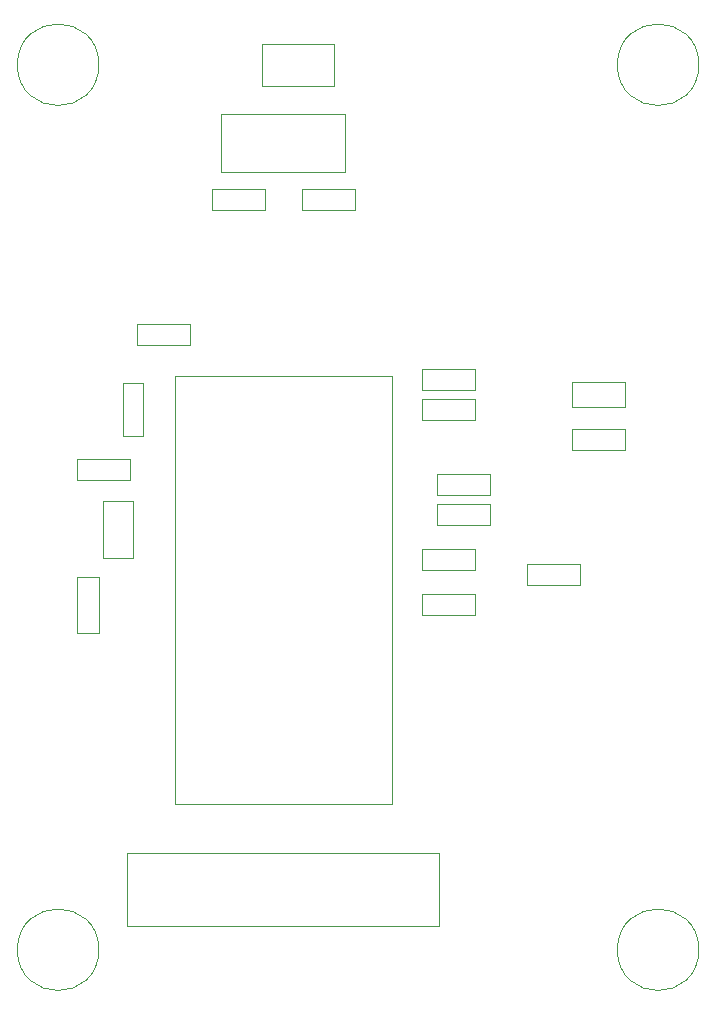
<source format=gbr>
G04 #@! TF.FileFunction,Other,User*
%FSLAX46Y46*%
G04 Gerber Fmt 4.6, Leading zero omitted, Abs format (unit mm)*
G04 Created by KiCad (PCBNEW 4.0.7) date 11/14/18 00:40:59*
%MOMM*%
%LPD*%
G01*
G04 APERTURE LIST*
%ADD10C,0.100000*%
%ADD11C,0.050000*%
G04 APERTURE END LIST*
D10*
D11*
X75840000Y-93980000D02*
G75*
G03X75840000Y-93980000I-3450000J0D01*
G01*
X25040000Y-19050000D02*
G75*
G03X25040000Y-19050000I-3450000J0D01*
G01*
X75840000Y-19050000D02*
G75*
G03X75840000Y-19050000I-3450000J0D01*
G01*
X27410000Y-91970000D02*
X53860000Y-91970000D01*
X53860000Y-91970000D02*
X53860000Y-85820000D01*
X53860000Y-85820000D02*
X27410000Y-85820000D01*
X27410000Y-85820000D02*
X27410000Y-91970000D01*
X65060000Y-45940000D02*
X69560000Y-45940000D01*
X65060000Y-45940000D02*
X65060000Y-48040000D01*
X69560000Y-48040000D02*
X69560000Y-45940000D01*
X69560000Y-48040000D02*
X65060000Y-48040000D01*
X31470000Y-45390000D02*
X31470000Y-81640000D01*
X31470000Y-81640000D02*
X49820000Y-81640000D01*
X49820000Y-81640000D02*
X49820000Y-45390000D01*
X49820000Y-45390000D02*
X31470000Y-45390000D01*
X42200000Y-29600000D02*
X46700000Y-29600000D01*
X42200000Y-29600000D02*
X42200000Y-31350000D01*
X46700000Y-31350000D02*
X46700000Y-29600000D01*
X46700000Y-31350000D02*
X42200000Y-31350000D01*
X39080000Y-31360000D02*
X34580000Y-31360000D01*
X39080000Y-31360000D02*
X39080000Y-29610000D01*
X34580000Y-29610000D02*
X34580000Y-31360000D01*
X34580000Y-29610000D02*
X39080000Y-29610000D01*
X44980000Y-17250000D02*
X38830000Y-17250000D01*
X38830000Y-17250000D02*
X38830000Y-20850000D01*
X38830000Y-20850000D02*
X44980000Y-20850000D01*
X44980000Y-20850000D02*
X44980000Y-17250000D01*
X45890000Y-28150000D02*
X45890000Y-23240000D01*
X45890000Y-23240000D02*
X35390000Y-23240000D01*
X35390000Y-23240000D02*
X35390000Y-28150000D01*
X35390000Y-28150000D02*
X45890000Y-28150000D01*
X56860000Y-49140000D02*
X52360000Y-49140000D01*
X56860000Y-49140000D02*
X56860000Y-47390000D01*
X52360000Y-47390000D02*
X52360000Y-49140000D01*
X52360000Y-47390000D02*
X56860000Y-47390000D01*
X56860000Y-46600000D02*
X52360000Y-46600000D01*
X56860000Y-46600000D02*
X56860000Y-44850000D01*
X52360000Y-44850000D02*
X52360000Y-46600000D01*
X52360000Y-44850000D02*
X56860000Y-44850000D01*
X58130000Y-55490000D02*
X53630000Y-55490000D01*
X58130000Y-55490000D02*
X58130000Y-53740000D01*
X53630000Y-53740000D02*
X53630000Y-55490000D01*
X53630000Y-53740000D02*
X58130000Y-53740000D01*
X58130000Y-58030000D02*
X53630000Y-58030000D01*
X58130000Y-58030000D02*
X58130000Y-56280000D01*
X53630000Y-56280000D02*
X53630000Y-58030000D01*
X53630000Y-56280000D02*
X58130000Y-56280000D01*
X27650000Y-54220000D02*
X23150000Y-54220000D01*
X27650000Y-54220000D02*
X27650000Y-52470000D01*
X23150000Y-52470000D02*
X23150000Y-54220000D01*
X23150000Y-52470000D02*
X27650000Y-52470000D01*
X25030000Y-62420000D02*
X25030000Y-67120000D01*
X25030000Y-62420000D02*
X23230000Y-62420000D01*
X23230000Y-67120000D02*
X25030000Y-67120000D01*
X23230000Y-67120000D02*
X23230000Y-62420000D01*
X27970000Y-56020000D02*
X27970000Y-60820000D01*
X25370000Y-56020000D02*
X27970000Y-56020000D01*
X25370000Y-60820000D02*
X25370000Y-56020000D01*
X27970000Y-60820000D02*
X25370000Y-60820000D01*
X65060000Y-49920000D02*
X69560000Y-49920000D01*
X65060000Y-49920000D02*
X65060000Y-51670000D01*
X69560000Y-51670000D02*
X69560000Y-49920000D01*
X69560000Y-51670000D02*
X65060000Y-51670000D01*
X28230000Y-41030000D02*
X32730000Y-41030000D01*
X28230000Y-41030000D02*
X28230000Y-42780000D01*
X32730000Y-42780000D02*
X32730000Y-41030000D01*
X32730000Y-42780000D02*
X28230000Y-42780000D01*
X28820000Y-46010000D02*
X28820000Y-50510000D01*
X28820000Y-46010000D02*
X27070000Y-46010000D01*
X27070000Y-50510000D02*
X28820000Y-50510000D01*
X27070000Y-50510000D02*
X27070000Y-46010000D01*
X52360000Y-60080000D02*
X56860000Y-60080000D01*
X52360000Y-60080000D02*
X52360000Y-61830000D01*
X56860000Y-61830000D02*
X56860000Y-60080000D01*
X56860000Y-61830000D02*
X52360000Y-61830000D01*
X52360000Y-63890000D02*
X56860000Y-63890000D01*
X52360000Y-63890000D02*
X52360000Y-65640000D01*
X56860000Y-65640000D02*
X56860000Y-63890000D01*
X56860000Y-65640000D02*
X52360000Y-65640000D01*
X61250000Y-61350000D02*
X65750000Y-61350000D01*
X61250000Y-61350000D02*
X61250000Y-63100000D01*
X65750000Y-63100000D02*
X65750000Y-61350000D01*
X65750000Y-63100000D02*
X61250000Y-63100000D01*
X25040000Y-93980000D02*
G75*
G03X25040000Y-93980000I-3450000J0D01*
G01*
M02*

</source>
